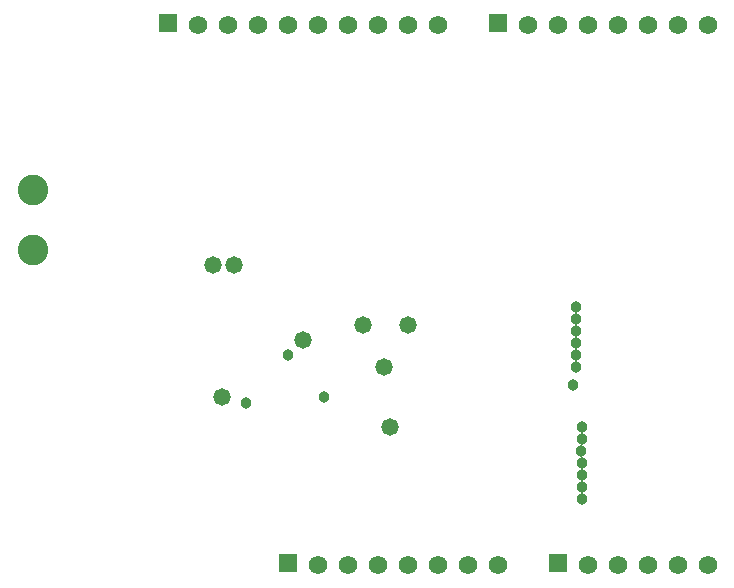
<source format=gbs>
G04*
G04 #@! TF.GenerationSoftware,Altium Limited,Altium Designer,23.3.1 (30)*
G04*
G04 Layer_Color=16711935*
%FSLAX44Y44*%
%MOMM*%
G71*
G04*
G04 #@! TF.SameCoordinates,92076935-D0C0-4AE0-889B-4FEA7ABF897C*
G04*
G04*
G04 #@! TF.FilePolarity,Negative*
G04*
G01*
G75*
%ADD27C,2.5908*%
%ADD28C,1.5748*%
%ADD29R,1.5748X1.5748*%
%ADD35C,0.9652*%
%ADD36C,1.4732*%
D27*
X38100Y292100D02*
D03*
Y342900D02*
D03*
D28*
X609600Y482600D02*
D03*
X584200D02*
D03*
X457200D02*
D03*
X482600D02*
D03*
X508000D02*
D03*
X533400D02*
D03*
X558800D02*
D03*
X381000D02*
D03*
X355600D02*
D03*
X330200D02*
D03*
X304800D02*
D03*
X177800D02*
D03*
X203200D02*
D03*
X228600D02*
D03*
X254000D02*
D03*
X279400D02*
D03*
X431800Y25400D02*
D03*
X406400D02*
D03*
X279400D02*
D03*
X304800D02*
D03*
X330200D02*
D03*
X355600D02*
D03*
X381000D02*
D03*
X609600D02*
D03*
X584200D02*
D03*
X558800D02*
D03*
X533400D02*
D03*
X508000D02*
D03*
D29*
X431800Y483870D02*
D03*
X152400D02*
D03*
X254000Y26670D02*
D03*
X482600D02*
D03*
D35*
X254000Y203200D02*
D03*
X502604Y121640D02*
D03*
X495300Y177722D02*
D03*
X502920Y101600D02*
D03*
Y111760D02*
D03*
Y91440D02*
D03*
X497840Y193040D02*
D03*
X218440Y162560D02*
D03*
X284480Y167640D02*
D03*
X497840Y243840D02*
D03*
Y233680D02*
D03*
Y223520D02*
D03*
Y213360D02*
D03*
Y203200D02*
D03*
X502920Y142240D02*
D03*
Y132080D02*
D03*
Y81280D02*
D03*
D36*
X198120Y167640D02*
D03*
X335280Y193040D02*
D03*
X340360Y142240D02*
D03*
X355600Y228600D02*
D03*
X317500D02*
D03*
X266700Y215900D02*
D03*
X208280Y279400D02*
D03*
X190500D02*
D03*
M02*

</source>
